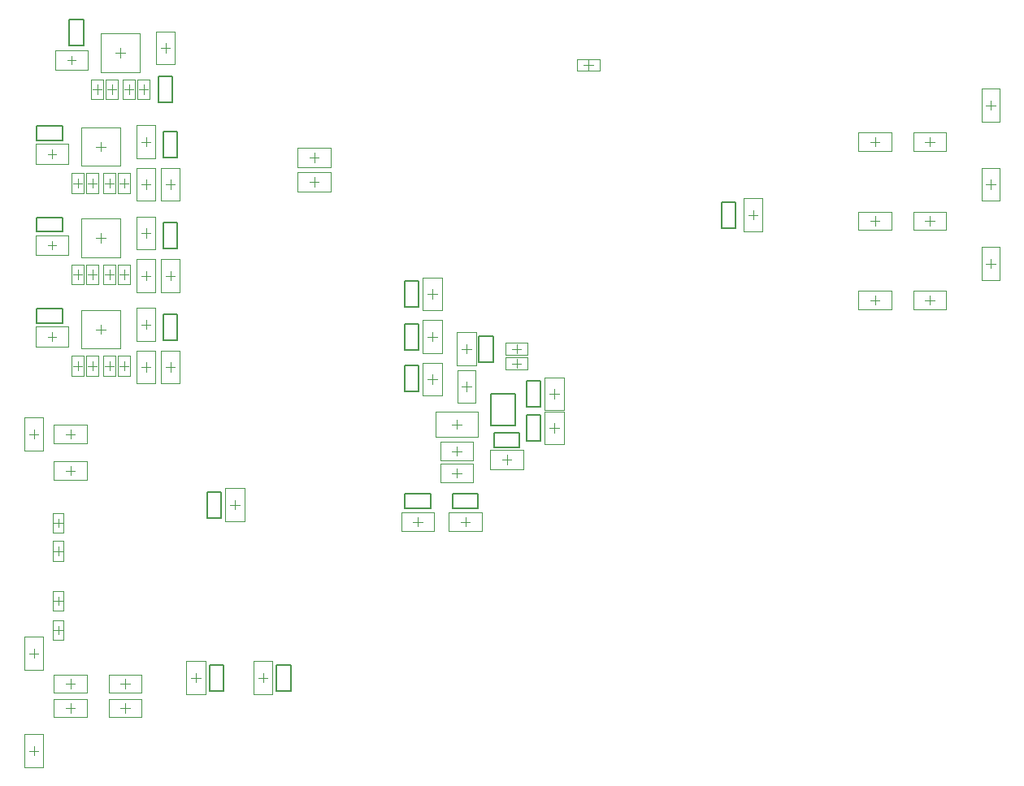
<source format=gbr>
%TF.GenerationSoftware,Altium Limited,Altium Designer,19.1.7 (138)*%
G04 Layer_Color=16711935*
%FSLAX26Y26*%
%MOIN*%
%TF.FileFunction,Other,Bottom_Courtyard*%
%TF.Part,Single*%
G01*
G75*
%TA.AperFunction,NonConductor*%
%ADD49C,0.003937*%
%ADD52C,0.007874*%
%ADD75C,0.001968*%
D49*
X4850000Y3955315D02*
Y3994685D01*
X4830315Y3975000D02*
X4869685D01*
X4625000Y3955315D02*
Y3994685D01*
X4605315Y3975000D02*
X4644685D01*
X4625000Y3630315D02*
Y3669685D01*
X4605315Y3650000D02*
X4644685D01*
X4850000Y3630315D02*
Y3669685D01*
X4830315Y3650000D02*
X4869685D01*
X2910000Y2685315D02*
Y2724685D01*
X2890315Y2705000D02*
X2929685D01*
X2890315Y2615000D02*
X2929685D01*
X2910000Y2595315D02*
Y2634685D01*
X2950000Y2950315D02*
Y2989685D01*
X2930315Y2970000D02*
X2969685D01*
X1510315Y4340000D02*
X1549685D01*
X1530000Y4320315D02*
Y4359685D01*
X1550000Y1730315D02*
Y1769685D01*
X1530315Y1750000D02*
X1569685D01*
X1550000Y1630315D02*
Y1669685D01*
X1530315Y1650000D02*
X1569685D01*
X1325000Y1630315D02*
Y1669685D01*
X1305315Y1650000D02*
X1344685D01*
X1325000Y1730315D02*
Y1769685D01*
X1305315Y1750000D02*
X1344685D01*
X1325000Y2605315D02*
Y2644685D01*
X1305315Y2625000D02*
X1344685D01*
X1325000Y2755315D02*
Y2794685D01*
X1305315Y2775000D02*
X1344685D01*
X4605315Y3325000D02*
X4644685D01*
X4625000Y3305315D02*
Y3344685D01*
X4830315Y3325000D02*
X4869685D01*
X4850000Y3305315D02*
Y3344685D01*
X1715315Y3800000D02*
X1754685D01*
X1735000Y3780315D02*
Y3819685D01*
X1232284Y3925000D02*
X1267716D01*
X1250000Y3907284D02*
Y3942716D01*
X1615315Y3800000D02*
X1654685D01*
X1635000Y3780315D02*
Y3819685D01*
X1355000Y3786299D02*
Y3823701D01*
X1336299Y3805000D02*
X1373701D01*
X1545000Y3786299D02*
Y3823701D01*
X1526299Y3805000D02*
X1563701D01*
X1415000Y3786299D02*
Y3823701D01*
X1396299Y3805000D02*
X1433701D01*
X1485000Y3786299D02*
Y3823701D01*
X1466299Y3805000D02*
X1503701D01*
X1635000Y3955315D02*
Y3994685D01*
X1615315Y3975000D02*
X1654685D01*
X1430315Y3955000D02*
X1469685D01*
X1450000Y3935315D02*
Y3974685D01*
X1715315Y3425000D02*
X1754685D01*
X1735000Y3405315D02*
Y3444685D01*
X1232284Y3550000D02*
X1267716D01*
X1250000Y3532284D02*
Y3567716D01*
X1615315Y3425000D02*
X1654685D01*
X1635000Y3405315D02*
Y3444685D01*
X1355000Y3411299D02*
Y3448701D01*
X1336299Y3430000D02*
X1373701D01*
X1545000Y3411299D02*
Y3448701D01*
X1526299Y3430000D02*
X1563701D01*
X1415000Y3411299D02*
Y3448701D01*
X1396299Y3430000D02*
X1433701D01*
X1485000Y3411299D02*
Y3448701D01*
X1466299Y3430000D02*
X1503701D01*
X1635000Y3580315D02*
Y3619685D01*
X1615315Y3600000D02*
X1654685D01*
X1430315Y3580000D02*
X1469685D01*
X1450000Y3560315D02*
Y3599685D01*
X1715315Y3050000D02*
X1754685D01*
X1735000Y3030315D02*
Y3069685D01*
X1232284Y3175000D02*
X1267716D01*
X1250000Y3157284D02*
Y3192716D01*
X1615315Y3050000D02*
X1654685D01*
X1635000Y3030315D02*
Y3069685D01*
X1355000Y3036299D02*
Y3073701D01*
X1336299Y3055000D02*
X1373701D01*
X1545000Y3036299D02*
Y3073701D01*
X1526299Y3055000D02*
X1563701D01*
X1415000Y3036299D02*
Y3073701D01*
X1396299Y3055000D02*
X1433701D01*
X1485000Y3036299D02*
Y3073701D01*
X1466299Y3055000D02*
X1503701D01*
X1635000Y3205315D02*
Y3244685D01*
X1615315Y3225000D02*
X1654685D01*
X1430315Y3205000D02*
X1469685D01*
X1450000Y3185315D02*
Y3224685D01*
X1155315Y1875000D02*
X1194685D01*
X1175000Y1855315D02*
Y1894685D01*
X1330000Y4292283D02*
Y4327717D01*
X1312284Y4310000D02*
X1347716D01*
X2910000Y2795315D02*
Y2834685D01*
X2890315Y2815000D02*
X2929685D01*
X3450000Y4271299D02*
Y4308701D01*
X3431299Y4290000D02*
X3468701D01*
X1275000Y2392284D02*
Y2427717D01*
X1257284Y2410000D02*
X1292717D01*
X2945000Y2395315D02*
Y2434685D01*
X2925315Y2415000D02*
X2964685D01*
X2730315Y2415000D02*
X2769685D01*
X2750000Y2395315D02*
Y2434685D01*
X1840000Y1755315D02*
Y1794685D01*
X1820315Y1775000D02*
X1859685D01*
X2950000Y3105315D02*
Y3144685D01*
X2930315Y3125000D02*
X2969685D01*
X3095315Y2670000D02*
X3134685D01*
X3115000Y2650315D02*
Y2689685D01*
X3310000Y2920315D02*
Y2959685D01*
X3290315Y2940000D02*
X3329685D01*
X3310000Y2780315D02*
Y2819685D01*
X3290315Y2800000D02*
X3329685D01*
X1257284Y2295000D02*
X1292717D01*
X1275000Y2277284D02*
Y2312717D01*
X3136890Y3125000D02*
X3174291D01*
X3155591Y3106299D02*
Y3143701D01*
X1715000Y4340315D02*
Y4379685D01*
X1695315Y4360000D02*
X1734685D01*
X3136890Y3065000D02*
X3174291D01*
X3155591Y3046299D02*
Y3083701D01*
X1257284Y2090000D02*
X1292717D01*
X1275000Y2072283D02*
Y2107716D01*
X1257284Y1970000D02*
X1292717D01*
X1275000Y1952283D02*
Y1987716D01*
X1175000Y1455315D02*
Y1494685D01*
X1155315Y1475000D02*
X1194685D01*
X1565000Y4171299D02*
Y4208701D01*
X1546299Y4190000D02*
X1583701D01*
X5100000Y3780315D02*
Y3819685D01*
X5080315Y3800000D02*
X5119685D01*
X1495000Y4171299D02*
Y4208701D01*
X1476299Y4190000D02*
X1513701D01*
X5100000Y4105315D02*
Y4144685D01*
X5080315Y4125000D02*
X5119685D01*
X1625000Y4171299D02*
Y4208701D01*
X1606299Y4190000D02*
X1643701D01*
X5100000Y3455315D02*
Y3494685D01*
X5080315Y3475000D02*
X5119685D01*
X1435000Y4171299D02*
Y4208701D01*
X1416299Y4190000D02*
X1453701D01*
X1175000Y2755315D02*
Y2794685D01*
X1155315Y2775000D02*
X1194685D01*
X2325000Y3790315D02*
Y3829685D01*
X2305315Y3810000D02*
X2344685D01*
X2095315Y1775000D02*
X2134685D01*
X2115000Y1755315D02*
Y1794685D01*
X4105315Y3675000D02*
X4144685D01*
X4125000Y3655315D02*
Y3694685D01*
X1980315Y2485000D02*
X2019685D01*
X2000000Y2465315D02*
Y2504685D01*
X2790315Y3350000D02*
X2829685D01*
X2810000Y3330315D02*
Y3369685D01*
X2790315Y3175000D02*
X2829685D01*
X2810000Y3155315D02*
Y3194685D01*
X2325000Y3890315D02*
Y3929685D01*
X2305315Y3910000D02*
X2344685D01*
X2790315Y3000000D02*
X2829685D01*
X2810000Y2980315D02*
Y3019685D01*
D52*
X2695473Y3296851D02*
X2754528D01*
X2695473D02*
Y3403150D01*
X2754528D01*
Y3296851D02*
Y3403150D01*
X2695473Y3121851D02*
X2754528D01*
X2695473D02*
Y3228150D01*
X2754528D01*
Y3121851D02*
Y3228150D01*
X2891850Y2470472D02*
Y2529528D01*
X2998150D01*
Y2470472D02*
Y2529528D01*
X2891850Y2470472D02*
X2998150D01*
X3168150Y2720472D02*
Y2779528D01*
X3061851Y2720472D02*
X3168150D01*
X3061851D02*
Y2779528D01*
X3168150D01*
X1685472Y4243150D02*
X1744528D01*
Y4136850D02*
Y4243150D01*
X1685472Y4136850D02*
X1744528D01*
X1685472D02*
Y4243150D01*
X1705472Y3911850D02*
X1764528D01*
X1705472D02*
Y4018150D01*
X1764528D01*
Y3911850D02*
Y4018150D01*
X3000473Y3071851D02*
X3059528D01*
X3000473D02*
Y3178150D01*
X3059528D01*
Y3071851D02*
Y3178150D01*
X1320472Y4371850D02*
X1379528D01*
X1320472D02*
Y4478150D01*
X1379528D01*
Y4371850D02*
Y4478150D01*
X3151181Y2810039D02*
Y2939961D01*
X3048819Y2810039D02*
X3151181D01*
X3048819D02*
Y2939961D01*
X3151181D01*
X1293150Y3980472D02*
Y4039528D01*
X1186850Y3980472D02*
X1293150D01*
X1186850D02*
Y4039528D01*
X1293150D01*
Y3605472D02*
Y3664528D01*
X1186850Y3605472D02*
X1293150D01*
X1186850D02*
Y3664528D01*
X1293150D01*
X1705472Y3536850D02*
X1764528D01*
X1705472D02*
Y3643150D01*
X1764528D01*
Y3536850D02*
Y3643150D01*
X1293150Y3230472D02*
Y3289528D01*
X1186850Y3230472D02*
X1293150D01*
X1186850D02*
Y3289528D01*
X1293150D01*
X1705472Y3161850D02*
X1764528D01*
X1705472D02*
Y3268150D01*
X1764528D01*
Y3161850D02*
Y3268150D01*
X2696851Y2470472D02*
X2803150D01*
Y2529528D01*
X2696851D02*
X2803150D01*
X2696851Y2470472D02*
Y2529528D01*
X1954528Y1721851D02*
Y1828150D01*
X1895473D02*
X1954528D01*
X1895473Y1721851D02*
X1954528D01*
X1895473D02*
Y1828150D01*
X3254528Y2886851D02*
Y2993150D01*
X3195473D02*
X3254528D01*
X3195473Y2886851D02*
Y2993150D01*
Y2886851D02*
X3254528D01*
X3195473Y2853150D02*
X3254528D01*
X3195473Y2746851D02*
Y2853150D01*
X3254528Y2746851D02*
Y2853150D01*
X3195473Y2746851D02*
X3254528D01*
X2170473Y1828150D02*
X2229528D01*
Y1721851D02*
Y1828150D01*
X2170473Y1721851D02*
X2229528D01*
X2170473D02*
Y1828150D01*
X3995472Y3728149D02*
X4054528D01*
Y3621850D02*
Y3728149D01*
X3995472Y3621850D02*
X4054528D01*
X3995472D02*
Y3728149D01*
X1885473Y2431851D02*
X1944528D01*
X1885473D02*
Y2538150D01*
X1944528D01*
Y2431851D02*
Y2538150D01*
X2695473Y3057677D02*
X2754528D01*
Y2951378D02*
Y3057677D01*
X2695473Y2951378D02*
X2754528D01*
X2695473D02*
Y3057677D01*
D75*
X4783071Y3937599D02*
X4916929D01*
X4783071Y4012402D02*
X4916929D01*
X4783071Y3937599D02*
Y4012402D01*
X4916929Y3937599D02*
Y4012402D01*
X4558071Y3937599D02*
X4691929D01*
X4558071Y4012402D02*
X4691929D01*
X4558071Y3937599D02*
Y4012402D01*
X4691929Y3937599D02*
Y4012402D01*
X4558071Y3612599D02*
X4691929D01*
X4558071Y3687402D02*
X4691929D01*
X4558071Y3612599D02*
Y3687402D01*
X4691929Y3612599D02*
Y3687402D01*
X4783071Y3612599D02*
X4916929D01*
X4783071Y3687402D02*
X4916929D01*
X4783071Y3612599D02*
Y3687402D01*
X4916929Y3612599D02*
Y3687402D01*
X2843071Y2667599D02*
X2976929D01*
X2843071Y2742402D02*
X2976929D01*
X2843071Y2667599D02*
Y2742402D01*
X2976929Y2667599D02*
Y2742402D01*
Y2577599D02*
Y2652402D01*
X2843071Y2577599D02*
Y2652402D01*
X2976929D01*
X2843071Y2577599D02*
X2976929D01*
X2912599Y2903071D02*
X2987402D01*
X2912599Y3036929D02*
X2987402D01*
Y2903071D02*
Y3036929D01*
X2912599Y2903071D02*
Y3036929D01*
X1608740Y4274055D02*
Y4405945D01*
X1451260Y4274055D02*
Y4405945D01*
Y4418740D02*
X1608740D01*
X1451260Y4261260D02*
X1608740D01*
X1451260Y4261260D02*
Y4274055D01*
X1608740Y4261260D02*
Y4274055D01*
Y4405945D02*
Y4418740D01*
X1451260Y4405945D02*
Y4418740D01*
X1483071Y1787401D02*
X1616929D01*
X1483071Y1712598D02*
X1616929D01*
Y1787401D01*
X1483071Y1712598D02*
Y1787401D01*
X1483071Y1612599D02*
X1616929D01*
X1483071Y1687402D02*
X1616929D01*
X1483071Y1612599D02*
Y1687402D01*
X1616929Y1612599D02*
Y1687402D01*
X1258071Y1612599D02*
X1391929D01*
X1258071Y1687402D02*
X1391929D01*
X1258071Y1612599D02*
Y1687402D01*
X1391929Y1612599D02*
Y1687402D01*
X1258071Y1787401D02*
X1391929D01*
X1258071Y1712598D02*
X1391929D01*
Y1787401D01*
X1258071Y1712598D02*
Y1787401D01*
X1258071Y2587599D02*
X1391929D01*
X1258071Y2662402D02*
X1391929D01*
X1258071Y2587599D02*
Y2662402D01*
X1391929Y2587599D02*
Y2662402D01*
X1258071Y2812401D02*
X1391929D01*
X1258071Y2737598D02*
X1391929D01*
Y2812401D01*
X1258071Y2737598D02*
Y2812401D01*
X4691929Y3287599D02*
Y3362402D01*
X4558071Y3287599D02*
Y3362402D01*
X4691929D01*
X4558071Y3287599D02*
X4691929D01*
X4916929D02*
Y3362402D01*
X4783071Y3287599D02*
Y3362402D01*
X4916929D01*
X4783071Y3287599D02*
X4916929D01*
X1774370Y3733071D02*
Y3866929D01*
X1695630Y3733071D02*
Y3866929D01*
Y3733071D02*
X1774370D01*
X1695630Y3866929D02*
X1774370D01*
X1316929Y3883661D02*
Y3966339D01*
X1183071Y3883661D02*
Y3966339D01*
X1316929D01*
X1183071Y3883661D02*
X1316929D01*
X1674370Y3733071D02*
Y3866929D01*
X1595630Y3733071D02*
Y3866929D01*
Y3733071D02*
X1674370D01*
X1595630Y3866929D02*
X1674370D01*
X1331378Y3846339D02*
X1378622D01*
X1331378Y3763661D02*
X1378622D01*
X1331378D02*
Y3846339D01*
X1378622Y3763661D02*
Y3846339D01*
X1521378D02*
X1568622D01*
X1521378Y3763661D02*
X1568622D01*
X1521378D02*
Y3846339D01*
X1568622Y3763661D02*
Y3846339D01*
X1391378D02*
X1438622D01*
X1391378Y3763661D02*
X1438622D01*
X1391378D02*
Y3846339D01*
X1438622Y3763661D02*
Y3846339D01*
X1461378Y3763661D02*
X1508622D01*
X1461378Y3846339D02*
X1508622D01*
Y3763661D02*
Y3846339D01*
X1461378Y3763661D02*
Y3846339D01*
X1595630Y4041929D02*
X1674370D01*
X1595630Y3908071D02*
X1674370D01*
X1595630D02*
Y4041929D01*
X1674370Y3908071D02*
Y4041929D01*
X1528740Y3889055D02*
Y4020945D01*
X1371260Y3889055D02*
Y4020945D01*
Y4033740D02*
X1528740D01*
X1371260Y3876260D02*
X1528740D01*
X1371260Y3876260D02*
Y3889055D01*
X1528740Y3876260D02*
Y3889055D01*
Y4020945D02*
Y4033740D01*
X1371260Y4020945D02*
Y4033740D01*
X1774370Y3358071D02*
Y3491929D01*
X1695630Y3358071D02*
Y3491929D01*
Y3358071D02*
X1774370D01*
X1695630Y3491929D02*
X1774370D01*
X1316929Y3508661D02*
Y3591339D01*
X1183071Y3508661D02*
Y3591339D01*
X1316929D01*
X1183071Y3508661D02*
X1316929D01*
X1674370Y3358071D02*
Y3491929D01*
X1595630Y3358071D02*
Y3491929D01*
Y3358071D02*
X1674370D01*
X1595630Y3491929D02*
X1674370D01*
X1331378Y3471339D02*
X1378622D01*
X1331378Y3388661D02*
X1378622D01*
X1331378D02*
Y3471339D01*
X1378622Y3388661D02*
Y3471339D01*
X1521378D02*
X1568622D01*
X1521378Y3388661D02*
X1568622D01*
X1521378D02*
Y3471339D01*
X1568622Y3388661D02*
Y3471339D01*
X1391378D02*
X1438622D01*
X1391378Y3388661D02*
X1438622D01*
X1391378D02*
Y3471339D01*
X1438622Y3388661D02*
Y3471339D01*
X1461378Y3388661D02*
X1508622D01*
X1461378Y3471339D02*
X1508622D01*
Y3388661D02*
Y3471339D01*
X1461378Y3388661D02*
Y3471339D01*
X1595630Y3666929D02*
X1674370D01*
X1595630Y3533071D02*
X1674370D01*
X1595630D02*
Y3666929D01*
X1674370Y3533071D02*
Y3666929D01*
X1528740Y3514055D02*
Y3645945D01*
X1371260Y3514055D02*
Y3645945D01*
Y3658740D02*
X1528740D01*
X1371260Y3501260D02*
X1528740D01*
X1371260Y3501260D02*
Y3514055D01*
X1528740Y3501260D02*
Y3514055D01*
Y3645945D02*
Y3658740D01*
X1371260Y3645945D02*
Y3658740D01*
X1774370Y2983071D02*
Y3116929D01*
X1695630Y2983071D02*
Y3116929D01*
Y2983071D02*
X1774370D01*
X1695630Y3116929D02*
X1774370D01*
X1316929Y3133661D02*
Y3216339D01*
X1183071Y3133661D02*
Y3216339D01*
X1316929D01*
X1183071Y3133661D02*
X1316929D01*
X1674370Y2983071D02*
Y3116929D01*
X1595630Y2983071D02*
Y3116929D01*
Y2983071D02*
X1674370D01*
X1595630Y3116929D02*
X1674370D01*
X1331378Y3096339D02*
X1378622D01*
X1331378Y3013661D02*
X1378622D01*
X1331378D02*
Y3096339D01*
X1378622Y3013661D02*
Y3096339D01*
X1521378D02*
X1568622D01*
X1521378Y3013661D02*
X1568622D01*
X1521378D02*
Y3096339D01*
X1568622Y3013661D02*
Y3096339D01*
X1391378D02*
X1438622D01*
X1391378Y3013661D02*
X1438622D01*
X1391378D02*
Y3096339D01*
X1438622Y3013661D02*
Y3096339D01*
X1461378Y3013661D02*
X1508622D01*
X1461378Y3096339D02*
X1508622D01*
Y3013661D02*
Y3096339D01*
X1461378Y3013661D02*
Y3096339D01*
X1595630Y3291929D02*
X1674370D01*
X1595630Y3158071D02*
X1674370D01*
X1595630D02*
Y3291929D01*
X1674370Y3158071D02*
Y3291929D01*
X1528740Y3139055D02*
Y3270945D01*
X1371260Y3139055D02*
Y3270945D01*
Y3283740D02*
X1528740D01*
X1371260Y3126260D02*
X1528740D01*
X1371260Y3126260D02*
Y3139055D01*
X1528740Y3126260D02*
Y3139055D01*
Y3270945D02*
Y3283740D01*
X1371260Y3270945D02*
Y3283740D01*
X1212401Y1808071D02*
Y1941929D01*
X1137598Y1808071D02*
Y1941929D01*
Y1808071D02*
X1212401D01*
X1137598Y1941929D02*
X1212401D01*
X1263071Y4268661D02*
X1396929D01*
X1263071Y4351339D02*
X1396929D01*
X1263071Y4268661D02*
Y4351339D01*
X1396929Y4268661D02*
Y4351339D01*
X2823386Y2866181D02*
X2996614D01*
X2823386Y2763819D02*
X2996614D01*
Y2866181D01*
X2823386Y2763819D02*
Y2866181D01*
X3404724Y4313622D02*
X3495276D01*
X3404724Y4266378D02*
X3495276D01*
Y4313622D01*
X3404724Y4266378D02*
Y4313622D01*
X1253347Y2451339D02*
X1296654D01*
X1253347Y2368662D02*
X1296654D01*
X1253347D02*
Y2451339D01*
X1296654Y2368662D02*
Y2451339D01*
X2878071Y2375630D02*
X3011929D01*
Y2454370D01*
X2878071Y2375630D02*
Y2454370D01*
X3011929D01*
X2683071Y2375630D02*
X2816929D01*
Y2454370D01*
X2683071Y2375630D02*
Y2454370D01*
X2816929D01*
X1879370Y1708071D02*
Y1841929D01*
X1800630D02*
X1879370D01*
X1800630Y1708071D02*
X1879370D01*
X1800630D02*
Y1841929D01*
X2989370Y3058071D02*
Y3191929D01*
X2910630D02*
X2989370D01*
X2910630Y3058071D02*
X2989370D01*
X2910630D02*
Y3191929D01*
X3048071Y2630630D02*
X3181929D01*
Y2709370D01*
X3048071Y2630630D02*
Y2709370D01*
X3181929D01*
X3349370Y2873071D02*
Y3006929D01*
X3270630D02*
X3349370D01*
X3270630Y2873071D02*
X3349370D01*
X3270630D02*
Y3006929D01*
Y2866929D02*
X3349370D01*
X3270630Y2733071D02*
Y2866929D01*
X3349370Y2733071D02*
Y2866929D01*
X3270630Y2733071D02*
X3349370D01*
X1296654Y2253662D02*
Y2336339D01*
X1253347Y2253662D02*
Y2336339D01*
Y2253662D02*
X1296654D01*
X1253347Y2336339D02*
X1296654D01*
X3110315Y3101378D02*
Y3148622D01*
X3200866Y3101378D02*
Y3148622D01*
X3110315Y3101378D02*
X3200866D01*
X3110315Y3148622D02*
X3200866D01*
X1675630Y4426929D02*
X1754370D01*
X1675630Y4293071D02*
X1754370D01*
X1675630D02*
Y4426929D01*
X1754370Y4293071D02*
Y4426929D01*
X3110315Y3041378D02*
Y3088622D01*
X3200866Y3041378D02*
Y3088622D01*
X3110315Y3041378D02*
X3200866D01*
X3110315Y3088622D02*
X3200866D01*
X1296654Y2048661D02*
Y2131338D01*
X1253347Y2048661D02*
Y2131338D01*
Y2048661D02*
X1296654D01*
X1253347Y2131338D02*
X1296654D01*
Y1928661D02*
Y2011339D01*
X1253347Y1928661D02*
Y2011339D01*
Y1928661D02*
X1296654D01*
X1253347Y2011339D02*
X1296654D01*
X1137598Y1541929D02*
X1212401D01*
X1137598Y1408071D02*
X1212401D01*
X1137598D02*
Y1541929D01*
X1212401Y1408071D02*
Y1541929D01*
X1541378Y4148661D02*
X1588622D01*
X1541378Y4231339D02*
X1588622D01*
Y4148661D02*
Y4231339D01*
X1541378Y4148661D02*
Y4231339D01*
X5062598Y3866929D02*
X5137401D01*
X5062598Y3733071D02*
X5137401D01*
X5062598D02*
Y3866929D01*
X5137401Y3733071D02*
Y3866929D01*
X1471378Y4231339D02*
X1518622D01*
X1471378Y4148661D02*
X1518622D01*
X1471378D02*
Y4231339D01*
X1518622Y4148661D02*
Y4231339D01*
X5062598Y4191929D02*
X5137401D01*
X5062598Y4058071D02*
X5137401D01*
X5062598D02*
Y4191929D01*
X5137401Y4058071D02*
Y4191929D01*
X1601378Y4231339D02*
X1648622D01*
X1601378Y4148661D02*
X1648622D01*
X1601378D02*
Y4231339D01*
X1648622Y4148661D02*
Y4231339D01*
X5062598Y3541929D02*
X5137401D01*
X5062598Y3408071D02*
X5137401D01*
X5062598D02*
Y3541929D01*
X5137401Y3408071D02*
Y3541929D01*
X1411378Y4231339D02*
X1458622D01*
X1411378Y4148661D02*
X1458622D01*
X1411378D02*
Y4231339D01*
X1458622Y4148661D02*
Y4231339D01*
X1137599Y2708071D02*
X1212402D01*
X1137599Y2841929D02*
X1212402D01*
Y2708071D02*
Y2841929D01*
X1137599Y2708071D02*
Y2841929D01*
X2258071Y3849370D02*
X2391929D01*
X2258071Y3770630D02*
X2391929D01*
Y3849370D01*
X2258071Y3770630D02*
Y3849370D01*
X2154370Y1708071D02*
Y1841929D01*
X2075630Y1708071D02*
Y1841929D01*
Y1708071D02*
X2154370D01*
X2075630Y1841929D02*
X2154370D01*
X4164370Y3608071D02*
Y3741929D01*
X4085630Y3608071D02*
Y3741929D01*
Y3608071D02*
X4164370D01*
X4085630Y3741929D02*
X4164370D01*
X1960630Y2418071D02*
Y2551929D01*
X2039370Y2418071D02*
Y2551929D01*
X1960630D02*
X2039370D01*
X1960630Y2418071D02*
X2039370D01*
X2770630Y3283071D02*
Y3416929D01*
X2849370Y3283071D02*
Y3416929D01*
X2770630D02*
X2849370D01*
X2770630Y3283071D02*
X2849370D01*
X2770630Y3108071D02*
Y3241929D01*
X2849370Y3108071D02*
Y3241929D01*
X2770630D02*
X2849370D01*
X2770630Y3108071D02*
X2849370D01*
X2258071Y3949370D02*
X2391929D01*
X2258071Y3870630D02*
X2391929D01*
Y3949370D01*
X2258071Y3870630D02*
Y3949370D01*
X2849370Y2933071D02*
Y3066929D01*
X2770630Y2933071D02*
Y3066929D01*
Y2933071D02*
X2849370D01*
X2770630Y3066929D02*
X2849370D01*
%TF.MD5,9e705176a4667ac3d070cb389cf79603*%
M02*

</source>
